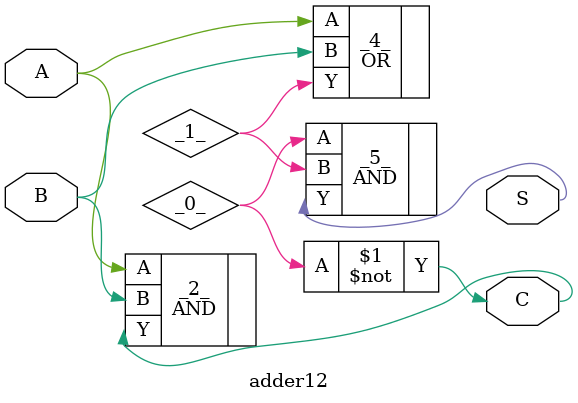
<source format=v>
/* Generated by Yosys 0.41+83 (git sha1 7045cf509, x86_64-w64-mingw32-g++ 13.2.1 -Os) */

/* cells_not_processed =  1  */
/* src = "adder12.v:2.1-20.10" */
module adder12(A, B, S, C);
  wire _0_;
  wire _1_;
  /* src = "adder12.v:3.7-3.8" */
  input A;
  wire A;
  /* src = "adder12.v:3.10-3.11" */
  input B;
  wire B;
  /* src = "adder12.v:4.15-4.16" */
  output C;
  wire C;
  /* src = "adder12.v:4.12-4.13" */
  output S;
  wire S;
  AND _2_ (
    .A(A),
    .B(B),
    .Y(C)
  );
  not _3_ (
    .A(C),
    .Y(_0_)
  );
  OR _4_ (
    .A(A),
    .B(B),
    .Y(_1_)
  );
  AND _5_ (
    .A(_0_),
    .B(_1_),
    .Y(S)
  );
endmodule

</source>
